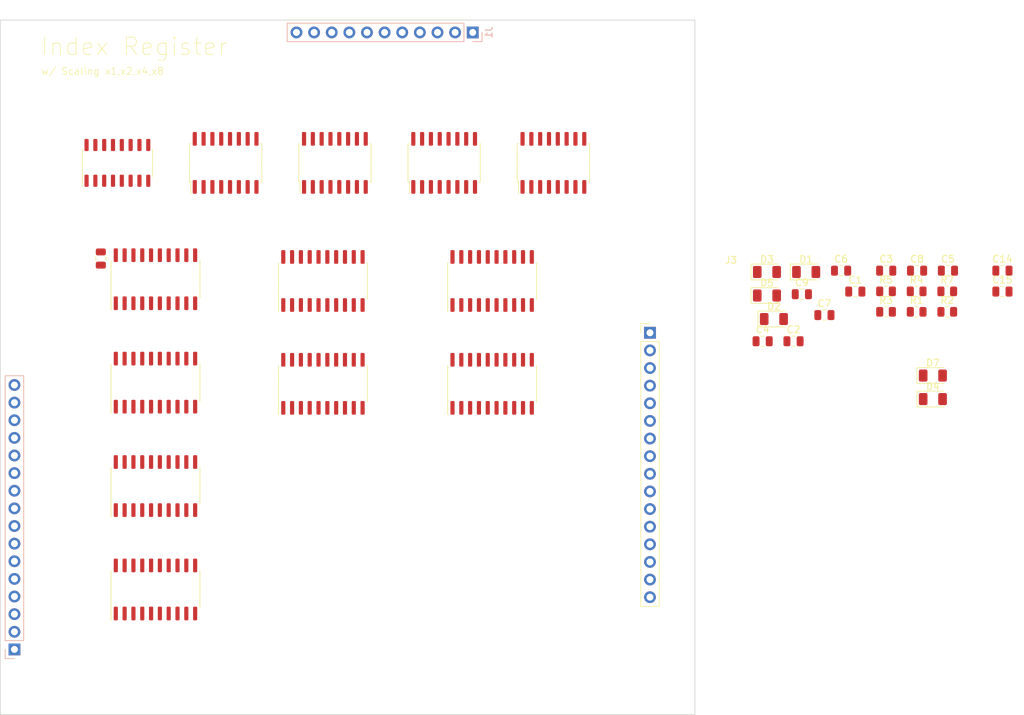
<source format=kicad_pcb>
(kicad_pcb (version 20211014) (generator pcbnew)
  (layers (0 "F.Cu" signal) (31 "B.Cu" signal) (34 "B.Paste" user) (35 "F.Paste" user) (36 "B.SilkS" user "B.Silkscreen") (37 "F.SilkS" user "F.Silkscreen") (38 "B.Mask" user) (39 "F.Mask" user) (44 "Edge.Cuts" user))
  (net 0 "")
  (net 1 "VCC")
  (net 2 "GND")
  (net 3 "~{INDEX_DEC}")
  (net 4 "~{INDEX_INC}")
  (net 5 "~{INDEX_LOAD}")
  (net 6 "~{INDEX_C0}")
  (net 7 "~{INDEX_C1}")
  (net 8 "~{INDEX_OE}")
  (net 9 "RESET")
  (net 10 "CO")
  (net 11 "BO")
  (net 12 "A15")
  (net 13 "A14")
  (net 14 "A13")
  (net 15 "A12")
  (net 16 "A11")
  (net 17 "A10")
  (net 18 "A9")
  (net 19 "A8")
  (net 20 "A7")
  (net 21 "A6")
  (net 22 "A5")
  (net 23 "A4")
  (net 24 "A3")
  (net 25 "A2")
  (net 26 "A1")
  (net 27 "A0")
  (net 30 "/Index Register/Q0")
  (net 31 "/Index Register/Q1")
  (net 32 "/Index Register/Q2")
  (net 33 "/Index Register/Q3")
  (net 34 "/Index Register/Q4")
  (net 35 "/Index Register/Q5")
  (net 36 "/Index Register/Q6")
  (net 37 "/Index Register/Q7")
  (net 38 "/Index Register/Q8")
  (net 39 "/Index Register/Q9")
  (net 40 "/Index Register/Q10")
  (net 41 "/Index Register/Q11")
  (net 42 "/Index Register/Q12")
  (net 43 "/Index Register/Q13")
  (net 44 "/Index Register/Q14")
  (net 45 "/Index Register/Q15")
  (net 46 "Net-(U14-Pad12)")
  (net 47 "Net-(U14-Pad13)")
  (net 48 "Net-(U15-Pad12)")
  (net 49 "Net-(U15-Pad13)")
  (net 50 "Net-(U16-Pad12)")
  (net 51 "Net-(U16-Pad13)")
  (net 52 "Net-(D1-Pad1)")
  (net 53 "Net-(D2-Pad1)")
  (net 54 "Net-(D3-Pad1)")
  (net 55 "Net-(D4-Pad1)")
  (net 56 "Net-(D5-Pad1)")
  (net 57 "Net-(D7-Pad1)")
  (net 62 "Q15")
  (net 63 "Q14")
  (net 64 "Q13")
  (net 65 "Q12")
  (net 66 "Q11")
  (net 67 "Q10")
  (net 68 "Q9")
  (net 69 "Q8")
  (net 70 "Q7")
  (net 71 "Q6")
  (net 72 "Q5")
  (net 73 "Q4")
  (net 74 "Q3")
  (net 75 "Q2")
  (net 76 "Q1")
  (net 77 "Q0")
  (net 78 "/Scaled Output/~{SF1}")
  (net 79 "/Scaled Output/~{SF2}")
  (net 80 "/Scaled Output/~{SF4}")
  (net 81 "/Scaled Output/~{SF8}")
  (footprint "Resistor_SMD:R_0805_2012Metric" (layer "F.Cu") (at 215.942 101.98)
    (fp_text reference "R2" (at 0 -1.65) (layer "F.SilkS"))
    (fp_text value "R_Small_US")
    (pad "1" smd roundrect locked (at -0.9125 0) (size 1.025 1.4) (layers "F.Cu" "F.Paste" "F.Mask") (roundrect_rratio 0.243902) (net 53 "Net-(D2-Pad1)"))
    (pad "2" smd roundrect locked (at 0.9125 0) (size 1.025 1.4) (layers "F.Cu" "F.Paste" "F.Mask") (roundrect_rratio 0.243902) (net 2 "GND"))
  )
  (footprint "Capacitor_SMD:C_0805_2012Metric" (layer "F.Cu") (at 223.892 99.06)
    (fp_text reference "C15" (at 0 -1.68) (layer "F.SilkS"))
    (fp_text value "C_Small")
    (pad "1" smd roundrect locked (at -0.95 0) (size 1 1.45) (layers "F.Cu" "F.Paste" "F.Mask") (net 1 "VCC"))
    (pad "2" smd roundrect locked (at 0.95 0) (size 1 1.45) (layers "F.Cu" "F.Paste" "F.Mask") (net 2 "GND"))
  )
  (footprint "Resistor_SMD:R_0805_2012Metric" (layer "F.Cu") (at 211.532 99.03)
    (fp_text reference "R4" (at 0 -1.65) (layer "F.SilkS"))
    (fp_text value "R_Small_US")
    (pad "1" smd roundrect locked (at -0.9125 0) (size 1.025 1.4) (layers "F.Cu" "F.Paste" "F.Mask") (roundrect_rratio 0.243902) (net 55 "Net-(D4-Pad1)"))
    (pad "2" smd roundrect locked (at 0.9125 0) (size 1.025 1.4) (layers "F.Cu" "F.Paste" "F.Mask") (roundrect_rratio 0.243902) (net 2 "GND"))
  )
  (footprint "Resistor_SMD:R_0805_2012Metric" (layer "F.Cu") (at 207.122 101.98)
    (fp_text reference "R3" (at 0 -1.65) (layer "F.SilkS"))
    (fp_text value "R_Small_US")
    (pad "1" smd roundrect locked (at -0.9125 0) (size 1.025 1.4) (layers "F.Cu" "F.Paste" "F.Mask") (roundrect_rratio 0.243902) (net 54 "Net-(D3-Pad1)"))
    (pad "2" smd roundrect locked (at 0.9125 0) (size 1.025 1.4) (layers "F.Cu" "F.Paste" "F.Mask") (roundrect_rratio 0.243902) (net 2 "GND"))
  )
  (footprint "Package_SO:SO-20_5.3x12.6mm_P1.27mm" (layer "F.Cu") (at 101.854 141.986 90)
    (fp_text reference "U12" hide)
    (fp_text value "74LS245" hide)
    (pad "1" smd roundrect (at -3.4625 -5.715 90) (size 1.975 0.6) (layers "F.Cu" "F.Paste" "F.Mask") (net 1 "VCC"))
    (pad "2" smd roundrect (at -3.4625 -4.445 90) (size 1.975 0.6) (layers "F.Cu" "F.Paste" "F.Mask") (net 35 "/Index Register/Q5"))
    (pad "3" smd roundrect (at -3.4625 -3.175 90) (size 1.975 0.6) (layers "F.Cu" "F.Paste" "F.Mask") (net 36 "/Index Register/Q6"))
    (pad "4" smd roundrect (at -3.4625 -1.905 90) (size 1.975 0.6) (layers "F.Cu" "F.Paste" "F.Mask") (net 37 "/Index Register/Q7"))
    (pad "5" smd roundrect (at -3.4625 -0.635 90) (size 1.975 0.6) (layers "F.Cu" "F.Paste" "F.Mask") (net 38 "/Index Register/Q8"))
    (pad "6" smd roundrect (at -3.4625 0.635 90) (size 1.975 0.6) (layers "F.Cu" "F.Paste" "F.Mask") (net 39 "/Index Register/Q9"))
    (pad "7" smd roundrect (at -3.4625 1.905 90) (size 1.975 0.6) (layers "F.Cu" "F.Paste" "F.Mask") (net 40 "/Index Register/Q10"))
    (pad "8" smd roundrect (at -3.4625 3.175 90) (size 1.975 0.6) (layers "F.Cu" "F.Paste" "F.Mask") (net 41 "/Index Register/Q11"))
    (pad "9" smd roundrect (at -3.4625 4.445 90) (size 1.975 0.6) (layers "F.Cu" "F.Paste" "F.Mask") (net 42 "/Index Register/Q12"))
    (pad "10" smd roundrect (at -3.4625 5.715 90) (size 1.975 0.6) (layers "F.Cu" "F.Paste" "F.Mask") (net 2 "GND"))
    (pad "11" smd roundrect (at 3.4625 5.715 90) (size 1.975 0.6) (layers "F.Cu" "F.Paste" "F.Mask") (net 62 "Q15"))
    (pad "12" smd roundrect (at 3.4625 4.445 90) (size 1.975 0.6) (layers "F.Cu" "F.Paste" "F.Mask") (net 63 "Q14"))
    (pad "13" smd roundrect (at 3.4625 3.175 90) (size 1.975 0.6) (layers "F.Cu" "F.Paste" "F.Mask") (net 64 "Q13"))
    (pad "14" smd roundrect (at 3.4625 1.905 90) (size 1.975 0.6) (layers "F.Cu" "F.Paste" "F.Mask") (net 65 "Q12"))
    (pad "15" smd roundrect (at 3.4625 0.635 90) (size 1.975 0.6) (layers "F.Cu" "F.Paste" "F.Mask") (net 66 "Q11"))
    (pad "16" smd roundrect (at 3.4625 -0.635 90) (size 1.975 0.6) (layers "F.Cu" "F.Paste" "F.Mask") (net 67 "Q10"))
    (pad "17" smd roundrect (at 3.4625 -1.905 90) (size 1.975 0.6) (layers "F.Cu" "F.Paste" "F.Mask") (net 68 "Q9"))
    (pad "18" smd roundrect (at 3.4625 -3.175 90) (size 1.975 0.6) (layers "F.Cu" "F.Paste" "F.Mask") (net 69 "Q8"))
    (pad "19" smd roundrect (at 3.4625 -4.445 90) (size 1.975 0.6) (layers "F.Cu" "F.Paste" "F.Mask") (net 81 "/Scaled Output/~{SF8}"))
    (pad "20" smd roundrect (at 3.4625 -5.715 90) (size 1.975 0.6) (layers "F.Cu" "F.Paste" "F.Mask") (net 1 "VCC"))
  )
  (footprint "Package_SO:SO-20_5.3x12.6mm_P1.27mm" (layer "F.Cu") (at 150.368 97.536 90)
    (fp_text reference "U8" hide)
    (fp_text value "74LS245" hide)
    (pad "1" smd roundrect (at -3.4625 -5.715 90) (size 1.975 0.6) (layers "F.Cu" "F.Paste" "F.Mask") (net 1 "VCC"))
    (pad "2" smd roundrect (at -3.4625 -4.445 90) (size 1.975 0.6) (layers "F.Cu" "F.Paste" "F.Mask") (net 2 "GND"))
    (pad "3" smd roundrect (at -3.4625 -3.175 90) (size 1.975 0.6) (layers "F.Cu" "F.Paste" "F.Mask") (net 2 "GND"))
    (pad "4" smd roundrect (at -3.4625 -1.905 90) (size 1.975 0.6) (layers "F.Cu" "F.Paste" "F.Mask") (net 30 "/Index Register/Q0"))
    (pad "5" smd roundrect (at -3.4625 -0.635 90) (size 1.975 0.6) (layers "F.Cu" "F.Paste" "F.Mask") (net 31 "/Index Register/Q1"))
    (pad "6" smd roundrect (at -3.4625 0.635 90) (size 1.975 0.6) (layers "F.Cu" "F.Paste" "F.Mask") (net 32 "/Index Register/Q2"))
    (pad "7" smd roundrect (at -3.4625 1.905 90) (size 1.975 0.6) (layers "F.Cu" "F.Paste" "F.Mask") (net 33 "/Index Register/Q3"))
    (pad "8" smd roundrect (at -3.4625 3.175 90) (size 1.975 0.6) (layers "F.Cu" "F.Paste" "F.Mask") (net 34 "/Index Register/Q4"))
    (pad "9" smd roundrect (at -3.4625 4.445 90) (size 1.975 0.6) (layers "F.Cu" "F.Paste" "F.Mask") (net 35 "/Index Register/Q5"))
    (pad "10" smd roundrect (at -3.4625 5.715 90) (size 1.975 0.6) (layers "F.Cu" "F.Paste" "F.Mask") (net 2 "GND"))
    (pad "11" smd roundrect (at 3.4625 5.715 90) (size 1.975 0.6) (layers "F.Cu" "F.Paste" "F.Mask") (net 70 "Q7"))
    (pad "12" smd roundrect (at 3.4625 4.445 90) (size 1.975 0.6) (layers "F.Cu" "F.Paste" "F.Mask") (net 71 "Q6"))
    (pad "13" smd roundrect (at 3.4625 3.175 90) (size 1.975 0.6) (layers "F.Cu" "F.Paste" "F.Mask") (net 72 "Q5"))
    (pad "14" smd roundrect (at 3.4625 1.905 90) (size 1.975 0.6) (layers "F.Cu" "F.Paste" "F.Mask") (net 73 "Q4"))
    (pad "15" smd roundrect (at 3.4625 0.635 90) (size 1.975 0.6) (layers "F.Cu" "F.Paste" "F.Mask") (net 74 "Q3"))
    (pad "16" smd roundrect (at 3.4625 -0.635 90) (size 1.975 0.6) (layers "F.Cu" "F.Paste" "F.Mask") (net 75 "Q2"))
    (pad "17" smd roundrect (at 3.4625 -1.905 90) (size 1.975 0.6) (layers "F.Cu" "F.Paste" "F.Mask") (net 76 "Q1"))
    (pad "18" smd roundrect (at 3.4625 -3.175 90) (size 1.975 0.6) (layers "F.Cu" "F.Paste" "F.Mask") (net 77 "Q0"))
    (pad "19" smd roundrect (at 3.4625 -4.445 90) (size 1.975 0.6) (layers "F.Cu" "F.Paste" "F.Mask") (net 80 "/Scaled Output/~{SF4}"))
    (pad "20" smd roundrect (at 3.4625 -5.715 90) (size 1.975 0.6) (layers "F.Cu" "F.Paste" "F.Mask") (net 1 "VCC"))
  )
  (footprint "Package_SO:SO-20_5.3x12.6mm_P1.27mm" (layer "F.Cu") (at 101.854 127.084666 90)
    (fp_text reference "U11" hide)
    (fp_text value "74LS245" hide)
    (pad "1" smd roundrect (at -3.4625 -5.715 90) (size 1.975 0.6) (layers "F.Cu" "F.Paste" "F.Mask") (net 1 "VCC"))
    (pad "2" smd roundrect (at -3.4625 -4.445 90) (size 1.975 0.6) (layers "F.Cu" "F.Paste" "F.Mask") (net 2 "GND"))
    (pad "3" smd roundrect (at -3.4625 -3.175 90) (size 1.975 0.6) (layers "F.Cu" "F.Paste" "F.Mask") (net 2 "GND"))
    (pad "4" smd roundrect (at -3.4625 -1.905 90) (size 1.975 0.6) (layers "F.Cu" "F.Paste" "F.Mask") (net 2 "GND"))
    (pad "5" smd roundrect (at -3.4625 -0.635 90) (size 1.975 0.6) (layers "F.Cu" "F.Paste" "F.Mask") (net 30 "/Index Register/Q0"))
    (pad "6" smd roundrect (at -3.4625 0.635 90) (size 1.975 0.6) (layers "F.Cu" "F.Paste" "F.Mask") (net 31 "/Index Register/Q1"))
    (pad "7" smd roundrect (at -3.4625 1.905 90) (size 1.975 0.6) (layers "F.Cu" "F.Paste" "F.Mask") (net 32 "/Index Register/Q2"))
    (pad "8" smd roundrect (at -3.4625 3.175 90) (size 1.975 0.6) (layers "F.Cu" "F.Paste" "F.Mask") (net 33 "/Index Register/Q3"))
    (pad "9" smd roundrect (at -3.4625 4.445 90) (size 1.975 0.6) (layers "F.Cu" "F.Paste" "F.Mask") (net 34 "/Index Register/Q4"))
    (pad "10" smd roundrect (at -3.4625 5.715 90) (size 1.975 0.6) (layers "F.Cu" "F.Paste" "F.Mask") (net 2 "GND"))
    (pad "11" smd roundrect (at 3.4625 5.715 90) (size 1.975 0.6) (layers "F.Cu" "F.Paste" "F.Mask") (net 70 "Q7"))
    (pad "12" smd roundrect (at 3.4625 4.445 90) (size 1.975 0.6) (layers "F.Cu" "F.Paste" "F.Mask") (net 71 "Q6"))
    (pad "13" smd roundrect (at 3.4625 3.175 90) (size 1.975 0.6) (layers "F.Cu" "F.Paste" "F.Mask") (net 72 "Q5"))
    (pad "14" smd roundrect (at 3.4625 1.905 90) (size 1.975 0.6) (layers "F.Cu" "F.Paste" "F.Mask") (net 73 "Q4"))
    (pad "15" smd roundrect (at 3.4625 0.635 90) (size 1.975 0.6) (layers "F.Cu" "F.Paste" "F.Mask") (net 74 "Q3"))
    (pad "16" smd roundrect (at 3.4625 -0.635 90) (size 1.975 0.6) (layers "F.Cu" "F.Paste" "F.Mask") (net 75 "Q2"))
    (pad "17" smd roundrect (at 3.4625 -1.905 90) (size 1.975 0.6) (layers "F.Cu" "F.Paste" "F.Mask") (net 76 "Q1"))
    (pad "18" smd roundrect (at 3.4625 -3.175 90) (size 1.975 0.6) (layers "F.Cu" "F.Paste" "F.Mask") (net 77 "Q0"))
    (pad "19" smd roundrect (at 3.4625 -4.445 90) (size 1.975 0.6) (layers "F.Cu" "F.Paste" "F.Mask") (net 81 "/Scaled Output/~{SF8}"))
    (pad "20" smd roundrect (at 3.4625 -5.715 90) (size 1.975 0.6) (layers "F.Cu" "F.Paste" "F.Mask") (net 1 "VCC"))
  )
  (footprint "Connector_PinHeader_2.54mm:PinHeader_1x16_P2.54mm_Vertical" (layer "F.Cu") (at 173.108 104.998)
    (fp_text reference "J3" (at 11.684 -10.458) (layer "F.SilkS"))
    (fp_text value "Conn_01x16")
    (pad "1" thru_hole rect locked (at 0 0) (size 1.7 1.7) (drill 1) (layers *.Cu *.Mask) (net 62 "Q15"))
    (pad "2" thru_hole oval locked (at 0 2.54) (size 1.7 1.7) (drill 1) (layers *.Cu *.Mask) (net 63 "Q14"))
    (pad "3" thru_hole oval locked (at 0 5.08) (size 1.7 1.7) (drill 1) (layers *.Cu *.Mask) (net 64 "Q13"))
    (pad "4" thru_hole oval locked (at 0 7.62) (size 1.7 1.7) (drill 1) (layers *.Cu *.Mask) (net 65 "Q12"))
    (pad "5" thru_hole oval locked (at 0 10.16) (size 1.7 1.7) (drill 1) (layers *.Cu *.Mask) (net 66 "Q11"))
    (pad "6" thru_hole oval locked (at 0 12.7) (size 1.7 1.7) (drill 1) (layers *.Cu *.Mask) (net 67 "Q10"))
    (pad "7" thru_hole oval locked (at 0 15.24) (size 1.7 1.7) (drill 1) (layers *.Cu *.Mask) (net 68 "Q9"))
    (pad "8" thru_hole oval locked (at 0 17.78) (size 1.7 1.7) (drill 1) (layers *.Cu *.Mask) (net 69 "Q8"))
    (pad "9" thru_hole oval locked (at 0 20.32) (size 1.7 1.7) (drill 1) (layers *.Cu *.Mask) (net 70 "Q7"))
    (pad "10" thru_hole oval locked (at 0 22.86) (size 1.7 1.7) (drill 1) (layers *.Cu *.Mask) (net 71 "Q6"))
    (pad "11" thru_hole oval locked (at 0 25.4) (size 1.7 1.7) (drill 1) (layers *.Cu *.Mask) (net 72 "Q5"))
    (pad "12" thru_hole oval locked (at 0 27.94) (size 1.7 1.7) (drill 1) (layers *.Cu *.Mask) (net 73 "Q4"))
    (pad "13" thru_hole oval locked (at 0 30.48) (size 1.7 1.7) (drill 1) (layers *.Cu *.Mask) (net 74 "Q3"))
    (pad "14" thru_hole oval locked (at 0 33.02) (size 1.7 1.7) (drill 1) (layers *.Cu *.Mask) (net 75 "Q2"))
    (pad "15" thru_hole oval locked (at 0 35.56) (size 1.7 1.7) (drill 1) (layers *.Cu *.Mask) (net 76 "Q1"))
    (pad "16" thru_hole oval locked (at 0 38.1) (size 1.7 1.7) (drill 1) (layers *.Cu *.Mask) (net 77 "Q0"))
  )
  (footprint "Capacitor_SMD:C_0805_2012Metric" (layer "F.Cu") (at 194.992 99.44)
    (fp_text reference "C9" (at 0 -1.68) (layer "F.SilkS"))
    (fp_text value "C")
    (pad "1" smd roundrect locked (at -0.95 0) (size 1 1.45) (layers "F.Cu" "F.Paste" "F.Mask") (net 1 "VCC"))
    (pad "2" smd roundrect locked (at 0.95 0) (size 1 1.45) (layers "F.Cu" "F.Paste" "F.Mask") (net 2 "GND"))
  )
  (footprint "LED_SMD:LED_1206_3216Metric" (layer "F.Cu") (at 190.962 103.02)
    (fp_text reference "D2" (at 0 -1.82) (layer "F.SilkS"))
    (fp_text value "LED")
    (pad "1" smd roundrect locked (at -1.4 0) (size 1.25 1.75) (layers "F.Cu" "F.Paste" "F.Mask") (roundrect_rratio 0.2) (net 53 "Net-(D2-Pad1)"))
    (pad "2" smd roundrect locked (at 1.4 0) (size 1.25 1.75) (layers "F.Cu" "F.Paste" "F.Mask") (roundrect_rratio 0.2) (net 4 "~{INDEX_INC}"))
  )
  (footprint "Capacitor_SMD:C_0805_2012Metric" (layer "F.Cu") (at 93.98 94.3 -90)
    (fp_text reference "C13" hide)
    (fp_text value "C_Small" hide)
    (pad "1" smd roundrect locked (at -0.95 0 270) (size 1 1.45) (layers "F.Cu" "F.Paste" "F.Mask") (net 1 "VCC"))
    (pad "2" smd roundrect locked (at 0.95 0 270) (size 1 1.45) (layers "F.Cu" "F.Paste" "F.Mask") (net 2 "GND"))
  )
  (footprint "LED_SMD:LED_1206_3216Metric" (layer "F.Cu") (at 189.962 99.63)
    (fp_text reference "D5" (at 0 -1.82) (layer "F.SilkS"))
    (fp_text value "LED")
    (pad "1" smd roundrect locked (at -1.4 0) (size 1.25 1.75) (layers "F.Cu" "F.Paste" "F.Mask") (roundrect_rratio 0.2) (net 56 "Net-(D5-Pad1)"))
    (pad "2" smd roundrect locked (at 1.4 0) (size 1.25 1.75) (layers "F.Cu" "F.Paste" "F.Mask") (roundrect_rratio 0.2) (net 7 "~{INDEX_C1}"))
  )
  (footprint "Resistor_SMD:R_0805_2012Metric" (layer "F.Cu") (at 215.942 99.03)
    (fp_text reference "R7" (at 0 -1.65) (layer "F.SilkS"))
    (fp_text value "R_Small_US")
    (pad "1" smd roundrect locked (at -0.9125 0) (size 1.025 1.4) (layers "F.Cu" "F.Paste" "F.Mask") (roundrect_rratio 0.243902) (net 57 "Net-(D7-Pad1)"))
    (pad "2" smd roundrect locked (at 0.9125 0) (size 1.025 1.4) (layers "F.Cu" "F.Paste" "F.Mask") (roundrect_rratio 0.243902) (net 2 "GND"))
  )
  (footprint "LED_SMD:LED_1206_3216Metric" (layer "F.Cu") (at 213.868 111.164)
    (fp_text reference "D7" (at 0 -1.82) (layer "F.SilkS"))
    (fp_text value "LED")
    (pad "1" smd roundrect locked (at -1.4 0) (size 1.25 1.75) (layers "F.Cu" "F.Paste" "F.Mask") (roundrect_rratio 0.2) (net 57 "Net-(D7-Pad1)"))
    (pad "2" smd roundrect locked (at 1.4 0) (size 1.25 1.75) (layers "F.Cu" "F.Paste" "F.Mask") (roundrect_rratio 0.2) (net 8 "~{INDEX_OE}"))
  )
  (footprint "Capacitor_SMD:C_0805_2012Metric" (layer "F.Cu") (at 207.142 96.05)
    (fp_text reference "C3" (at 0 -1.68) (layer "F.SilkS"))
    (fp_text value "C")
    (pad "1" smd roundrect locked (at -0.95 0) (size 1 1.45) (layers "F.Cu" "F.Paste" "F.Mask") (net 1 "VCC"))
    (pad "2" smd roundrect locked (at 0.95 0) (size 1 1.45) (layers "F.Cu" "F.Paste" "F.Mask") (net 2 "GND"))
  )
  (footprint "LED_SMD:LED_1206_3216Metric" (layer "F.Cu") (at 213.868 114.554)
    (fp_text reference "D4" (at 0 -1.82) (layer "F.SilkS"))
    (fp_text value "LED")
    (pad "1" smd roundrect locked (at -1.4 0) (size 1.25 1.75) (layers "F.Cu" "F.Paste" "F.Mask") (roundrect_rratio 0.2) (net 55 "Net-(D4-Pad1)"))
    (pad "2" smd roundrect locked (at 1.4 0) (size 1.25 1.75) (layers "F.Cu" "F.Paste" "F.Mask") (roundrect_rratio 0.2) (net 6 "~{INDEX_C0}"))
  )
  (footprint "LED_SMD:LED_1206_3216Metric" (layer "F.Cu") (at 195.612 96.24)
    (fp_text reference "D1" (at 0 -1.82) (layer "F.SilkS"))
    (fp_text value "LED")
    (pad "1" smd roundrect locked (at -1.4 0) (size 1.25 1.75) (layers "F.Cu" "F.Paste" "F.Mask") (roundrect_rratio 0.2) (net 52 "Net-(D1-Pad1)"))
    (pad "2" smd roundrect locked (at 1.4 0) (size 1.25 1.75) (layers "F.Cu" "F.Paste" "F.Mask") (roundrect_rratio 0.2) (net 3 "~{INDEX_DEC}"))
  )
  (footprint "Package_SO:SO-20_5.3x12.6mm_P1.27mm" (layer "F.Cu") (at 125.984 97.536 90)
    (fp_text reference "U5" hide)
    (fp_text value "74LS245" hide)
    (pad "1" smd roundrect (at -3.4625 -5.715 90) (size 1.975 0.6) (layers "F.Cu" "F.Paste" "F.Mask") (net 1 "VCC"))
    (pad "2" smd roundrect (at -3.4625 -4.445 90) (size 1.975 0.6) (layers "F.Cu" "F.Paste" "F.Mask") (net 2 "GND"))
    (pad "3" smd roundrect (at -3.4625 -3.175 90) (size 1.975 0.6) (layers "F.Cu" "F.Paste" "F.Mask") (net 30 "/Index Register/Q0"))
    (pad "4" smd roundrect (at -3.4625 -1.905 90) (size 1.975 0.6) (layers "F.Cu" "F.Paste" "F.Mask") (net 31 "/Index Register/Q1"))
    (pad "5" smd roundrect (at -3.4625 -0.635 90) (size 1.975 0.6) (layers "F.Cu" "F.Paste" "F.Mask") (net 32 "/Index Register/Q2"))
    (pad "6" smd roundrect (at -3.4625 0.635 90) (size 1.975 0.6) (layers "F.Cu" "F.Paste" "F.Mask") (net 33 "/Index Register/Q3"))
    (pad "7" smd roundrect (at -3.4625 1.905 90) (size 1.975 0.6) (layers "F.Cu" "F.Paste" "F.Mask") (net 34 "/Index Register/Q4"))
    (pad "8" smd roundrect (at -3.4625 3.175 90) (size 1.975 0.6) (layers "F.Cu" "F.Paste" "F.Mask") (net 35 "/Index Register/Q5"))
    (pad "9" smd roundrect (at -3.4625 4.445 90) (size 1.975 0.6) (layers "F.Cu" "F.Paste" "F.Mask") (net 36 "/Index Register/Q6"))
    (pad "10" smd roundrect (at -3.4625 5.715 90) (size 1.975 0.6) (layers "F.Cu" "F.Paste" "F.Mask") (net 2 "GND"))
    (pad "11" smd roundrect (at 3.4625 5.715 90) (size 1.975 0.6) (layers "F.Cu" "F.Paste" "F.Mask") (net 70 "Q7"))
    (pad "12" smd roundrect (at 3.4625 4.445 90) (size 1.975 0.6) (layers "F.Cu" "F.Paste" "F.Mask") (net 71 "Q6"))
    (pad "13" smd roundrect (at 3.4625 3.175 90) (size 1.975 0.6) (layers "F.Cu" "F.Paste" "F.Mask") (net 72 "Q5"))
    (pad "14" smd roundrect (at 3.4625 1.905 90) (size 1.975 0.6) (layers "F.Cu" "F.Paste" "F.Mask") (net 73 "Q4"))
    (pad "15" smd roundrect (at 3.4625 0.635 90) (size 1.975 0.6) (layers "F.Cu" "F.Paste" "F.Mask") (net 74 "Q3"))
    (pad "16" smd roundrect (at 3.4625 -0.635 90) (size 1.975 0.6) (layers "F.Cu" "F.Paste" "F.Mask") (net 75 "Q2"))
    (pad "17" smd roundrect (at 3.4625 -1.905 90) (size 1.975 0.6) (layers "F.Cu" "F.Paste" "F.Mask") (net 76 "Q1"))
    (pad "18" smd roundrect (at 3.4625 -3.175 90) (size 1.975 0.6) (layers "F.Cu" "F.Paste" "F.Mask") (net 77 "Q0"))
    (pad "19" smd roundrect (at 3.4625 -4.445 90) (size 1.975 0.6) (layers "F.Cu" "F.Paste" "F.Mask") (net 79 "/Scaled Output/~{SF2}"))
    (pad "20" smd roundrect (at 3.4625 -5.715 90) (size 1.975 0.6) (layers "F.Cu" "F.Paste" "F.Mask") (net 1 "VCC"))
  )
  (footprint "Capacitor_SMD:C_0805_2012Metric" (layer "F.Cu") (at 202.692 99.06)
    (fp_text reference "C1" (at 0 -1.68) (layer "F.SilkS"))
    (fp_text value "C")
    (pad "1" smd roundrect locked (at -0.95 0) (size 1 1.45) (layers "F.Cu" "F.Paste" "F.Mask") (net 1 "VCC"))
    (pad "2" smd roundrect locked (at 0.95 0) (size 1 1.45) (layers "F.Cu" "F.Paste" "F.Mask") (net 2 "GND"))
  )
  (footprint "Resistor_SMD:R_0805_2012Metric" (layer "F.Cu") (at 211.532 101.98)
    (fp_text reference "R1" (at 0 -1.65) (layer "F.SilkS"))
    (fp_text value "R_Small_US")
    (pad "1" smd roundrect locked (at -0.9125 0) (size 1.025 1.4) (layers "F.Cu" "F.Paste" "F.Mask") (roundrect_rratio 0.243902) (net 52 "Net-(D1-Pad1)"))
    (pad "2" smd roundrect locked (at 0.9125 0) (size 1.025 1.4) (layers "F.Cu" "F.Paste" "F.Mask") (roundrect_rratio 0.243902) (net 2 "GND"))
  )
  (footprint "Package_SO:SO-16_5.3x10.2mm_P1.27mm" (layer "F.Cu") (at 111.962499 80.518 90)
    (fp_text reference "U14" hide)
    (fp_text value "74LS193" hide)
    (pad "1" smd roundrect (at -3.4625 -4.445 90) (size 1.975 0.6) (layers "F.Cu" "F.Paste" "F.Mask") (net 26 "A1"))
    (pad "2" smd roundrect (at -3.4625 -3.175 90) (size 1.975 0.6) (layers "F.Cu" "F.Paste" "F.Mask") (net 31 "/Index Register/Q1"))
    (pad "3" smd roundrect (at -3.4625 -1.905 90) (size 1.975 0.6) (layers "F.Cu" "F.Paste" "F.Mask") (net 30 "/Index Register/Q0"))
    (pad "4" smd roundrect (at -3.4625 -0.635 90) (size 1.975 0.6) (layers "F.Cu" "F.Paste" "F.Mask") (net 3 "~{INDEX_DEC}"))
    (pad "5" smd roundrect (at -3.4625 0.635 90) (size 1.975 0.6) (layers "F.Cu" "F.Paste" "F.Mask") (net 4 "~{INDEX_INC}"))
    (pad "6" smd roundrect (at -3.4625 1.905 90) (size 1.975 0.6) (layers "F.Cu" "F.Paste" "F.Mask") (net 32 "/Index Register/Q2"))
    (pad "7" smd roundrect (at -3.4625 3.175 90) (size 1.975 0.6) (layers "F.Cu" "F.Paste" "F.Mask") (net 33 "/Index Register/Q3"))
    (pad "8" smd roundrect (at -3.4625 4.445 90) (size 1.975 0.6) (layers "F.Cu" "F.Paste" "F.Mask") (net 2 "GND"))
    (pad "9" smd roundrect (at 3.4625 4.445 90) (size 1.975 0.6) (layers "F.Cu" "F.Paste" "F.Mask") (net 24 "A3"))
    (pad "10" smd roundrect (at 3.4625 3.175 90) (size 1.975 0.6) (layers "F.Cu" "F.Paste" "F.Mask") (net 25 "A2"))
    (pad "11" smd roundrect (at 3.4625 1.905 90) (size 1.975 0.6) (layers "F.Cu" "F.Paste" "F.Mask") (net 5 "~{INDEX_LOAD}"))
    (pad "12" smd roundrect (at 3.4625 0.635 90) (size 1.975 0.6) (layers "F.Cu" "F.Paste" "F.Mask") (net 46 "Net-(U14-Pad12)"))
    (pad "13" smd roundrect (at 3.4625 -0.635 90) (size 1.975 0.6) (layers "F.Cu" "F.Paste" "F.Mask") (net 47 "Net-(U14-Pad13)"))
    (pad "14" smd roundrect (at 3.4625 -1.905 90) (size 1.975 0.6) (layers "F.Cu" "F.Paste" "F.Mask") (net 9 "RESET"))
    (pad "15" smd roundrect (at 3.4625 -3.175 90) (size 1.975 0.6) (layers "F.Cu" "F.Paste" "F.Mask") (net 27 "A0"))
    (pad "16" smd roundrect (at 3.4625 -4.445 90) (size 1.975 0.6) (layers "F.Cu" "F.Paste" "F.Mask") (net 1 "VCC"))
  )
  (footprint "Package_SO:SO-20_5.3x12.6mm_P1.27mm" (layer "F.Cu") (at 150.368 112.352666 90)
    (fp_text reference "U9" hide)
    (fp_text value "74LS245" hide)
    (pad "1" smd roundrect (at -3.4625 -5.715 90) (size 1.975 0.6) (layers "F.Cu" "F.Paste" "F.Mask") (net 1 "VCC"))
    (pad "2" smd roundrect (at -3.4625 -4.445 90) (size 1.975 0.6) (layers "F.Cu" "F.Paste" "F.Mask") (net 36 "/Index Register/Q6"))
    (pad "3" smd roundrect (at -3.4625 -3.175 90) (size 1.975 0.6) (layers "F.Cu" "F.Paste" "F.Mask") (net 37 "/Index Register/Q7"))
    (pad "4" smd roundrect (at -3.4625 -1.905 90) (size 1.975 0.6) (layers "F.Cu" "F.Paste" "F.Mask") (net 38 "/Index Register/Q8"))
    (pad "5" smd roundrect (at -3.4625 -0.635 90) (size 1.975 0.6) (layers "F.Cu" "F.Paste" "F.Mask") (net 39 "/Index Register/Q9"))
    (pad "6" smd roundrect (at -3.4625 0.635 90) (size 1.975 0.6) (layers "F.Cu" "F.Paste" "F.Mask") (net 40 "/Index Register/Q10"))
    (pad "7" smd roundrect (at -3.4625 1.905 90) (size 1.975 0.6) (layers "F.Cu" "F.Paste" "F.Mask") (net 41 "/Index Register/Q11"))
    (pad "8" smd roundrect (at -3.4625 3.175 90) (size 1.975 0.6) (layers "F.Cu" "F.Paste" "F.Mask") (net 42 "/Index Register/Q12"))
    (pad "9" smd roundrect (at -3.4625 4.445 90) (size 1.975 0.6) (layers "F.Cu" "F.Paste" "F.Mask") (net 43 "/Index Register/Q13"))
    (pad "10" smd roundrect (at -3.4625 5.715 90) (size 1.975 0.6) (layers "F.Cu" "F.Paste" "F.Mask") (net 2 "GND"))
    (pad "11" smd roundrect (at 3.4625 5.715 90) (size 1.975 0.6) (layers "F.Cu" "F.Paste" "F.Mask") (net 62 "Q15"))
    (pad "12" smd roundrect (at 3.4625 4.445 90) (size 1.975 0.6) (layers "F.Cu" "F.Paste" "F.Mask") (net 63 "Q14"))
    (pad "13" smd roundrect (at 3.4625 3.175 90) (size 1.975 0.6) (layers "F.Cu" "F.Paste" "F.Mask") (net 64 "Q13"))
    (pad "14" smd roundrect (at 3.4625 1.905 90) (size 1.975 0.6) (layers "F.Cu" "F.Paste" "F.Mask") (net 65 "Q12"))
    (pad "15" smd roundrect (at 3.4625 0.635 90) (size 1.975 0.6) (layers "F.Cu" "F.Paste" "F.Mask") (net 66 "Q11"))
    (pad "16" smd roundrect (at 3.4625 -0.635 90) (size 1.975 0.6) (layers "F.Cu" "F.Paste" "F.Mask") (net 67 "Q10"))
    (pad "17" smd roundrect (at 3.4625 -1.905 90) (size 1.975 0.6) (layers "F.Cu" "F.Paste" "F.Mask") (net 68 "Q9"))
    (pad "18" smd roundrect (at 3.4625 -3.175 90) (size 1.975 0.6) (layers "F.Cu" "F.Paste" "F.Mask") (net 69 "Q8"))
    (pad "19" smd roundrect (at 3.4625 -4.445 90) (size 1.975 0.6) (layers "F.Cu" "F.Paste" "F.Mask") (net 80 "/Scaled Output/~{SF4}"))
    (pad "20" smd roundrect (at 3.4625 -5.715 90) (size 1.975 0.6) (layers "F.Cu" "F.Paste" "F.Mask") (net 1 "VCC"))
  )
  (footprint "Package_SO:SO-20_5.3x12.6mm_P1.27mm" (layer "F.Cu") (at 125.984 112.352666 90)
    (fp_text reference "U6" hide)
    (fp_text value "74LS245" hide)
    (pad "1" smd roundrect (at -3.4625 -5.715 90) (size 1.975 0.6) (layers "F.Cu" "F.Paste" "F.Mask") (net 1 "VCC"))
    (pad "2" smd roundrect (at -3.4625 -4.445 90) (size 1.975 0.6) (layers "F.Cu" "F.Paste" "F.Mask") (net 37 "/Index Register/Q7"))
    (pad "3" smd roundrect (at -3.4625 -3.175 90) (size 1.975 0.6) (layers "F.Cu" "F.Paste" "F.Mask") (net 38 "/Index Register/Q8"))
    (pad "4" smd roundrect (at -3.4625 -1.905 90) (size 1.975 0.6) (layers "F.Cu" "F.Paste" "F.Mask") (net 39 "/Index Register/Q9"))
    (pad "5" smd roundrect (at -3.4625 -0.635 90) (size 1.975 0.6) (layers "F.Cu" "F.Paste" "F.Mask") (net 40 "/Index Register/Q10"))
    (pad "6" smd roundrect (at -3.4625 0.635 90) (size 1.975 0.6) (layers "F.Cu" "F.Paste" "F.Mask") (net 41 "/Index Register/Q11"))
    (pad "7" smd roundrect (at -3.4625 1.905 90) (size 1.975 0.6) (layers "F.Cu" "F.Paste" "F.Mask") (net 42 "/Index Register/Q12"))
    (pad "8" smd roundrect (at -3.4625 3.175 90) (size 1.975 0.6) (layers "F.Cu" "F.Paste" "F.Mask") (net 43 "/Index Register/Q13"))
    (pad "9" smd roundrect (at -3.4625 4.445 90) (size 1.975 0.6) (layers "F.Cu" "F.Paste" "F.Mask") (net 44 "/Index Register/Q14"))
    (pad "10" smd roundrect (at -3.4625 5.715 90) (size 1.975 0.6) (layers "F.Cu" "F.Paste" "F.Mask") (net 2 "GND"))
    (pad "11" smd roundrect (at 3.4625 5.715 90) (size 1.975 0.6) (layers "F.Cu" "F.Paste" "F.Mask") (net 62 "Q15"))
    (pad "12" smd roundrect (at 3.4625 4.445 90) (size 1.975 0.6) (layers "F.Cu" "F.Paste" "F.Mask") (net 63 "Q14"))
    (pad "13" smd roundrect (at 3.4625 3.175 90) (size 1.975 0.6) (layers "F.Cu" "F.Paste" "F.Mask") (net 64 "Q13"))
    (pad "14" smd roundrect (at 3.4625 1.905 90) (size 1.975 0.6) (layers "F.Cu" "F.Paste" "F.Mask") (net 65 "Q12"))
    (pad "15" smd roundrect (at 3.4625 0.635 90) (size 1.975 0.6) (layers "F.Cu" "F.Paste" "F.Mask") (net 66 "Q11"))
    (pad "16" smd roundrect (at 3.4625 -0.635 90) (size 1.975 0.6) (layers "F.Cu" "F.Paste" "F.Mask") (net 67 "Q10"))
    (pad "17" smd roundrect (at 3.4625 -1.905 90) (size 1.975 0.6) (layers "F.Cu" "F.Paste" "F.Mask") (net 68 "Q9"))
    (pad "18" smd roundrect (at 3.4625 -3.175 90) (size 1.975 0.6) (layers "F.Cu" "F.Paste" "F.Mask") (net 69 "Q8"))
    (pad "19" smd roundrect (at 3.4625 -4.445 90) (size 1.975 0.6) (layers "F.Cu" "F.Paste" "F.Mask") (net 79 "/Scaled Output/~{SF2}"))
    (pad "20" smd roundrect (at 3.4625 -5.715 90) (size 1.975 0.6) (layers "F.Cu" "F.Paste" "F.Mask") (net 1 "VCC"))
  )
  (footprint "Capacitor_SMD:C_0805_2012Metric" (layer "F.Cu") (at 211.592 96.05)
    (fp_text reference "C8" (at 0 -1.68) (layer "F.SilkS"))
    (fp_text value "C")
    (pad "1" smd roundrect locked (at -0.95 0) (size 1 1.45) (layers "F.Cu" "F.Paste" "F.Mask") (net 1 "VCC"))
    (pad "2" smd roundrect locked (at 0.95 0) (size 1 1.45) (layers "F.Cu" "F.Paste" "F.Mask") (net 2 "GND"))
  )
  (footprint "Capacitor_SMD:C_0805_2012Metric" (layer "F.Cu") (at 216.042 96.05)
    (fp_text reference "C5" (at 0 -1.68) (layer "F.SilkS"))
    (fp_text value "C")
    (pad "1" smd roundrect locked (at -0.95 0) (size 1 1.45) (layers "F.Cu" "F.Paste" "F.Mask") (net 1 "VCC"))
    (pad "2" smd roundrect locked (at 0.95 0) (size 1 1.45) (layers "F.Cu" "F.Paste" "F.Mask") (net 2 "GND"))
  )
  (footprint "Capacitor_SMD:C_0805_2012Metric" (layer "F.Cu") (at 198.242 102.45)
    (fp_text reference "C7" (at 0 -1.68) (layer "F.SilkS"))
    (fp_text value "C")
    (pad "1" smd roundrect locked (at -0.95 0) (size 1 1.45) (layers "F.Cu" "F.Paste" "F.Mask") (net 1 "VCC"))
    (pad "2" smd roundrect locked (at 0.95 0) (size 1 1.45) (layers "F.Cu" "F.Paste" "F.Mask") (net 2 "GND"))
  )
  (footprint "Package_SO:SO-16_5.3x10.2mm_P1.27mm" (layer "F.Cu") (at 159.192 80.518 90)
    (fp_text reference "U17" hide)
    (fp_text value "74LS193" hide)
    (pad "1" smd roundrect (at -3.4625 -4.445 90) (size 1.975 0.6) (layers "F.Cu" "F.Paste" "F.Mask") (net 14 "A13"))
    (pad "2" smd roundrect (at -3.4625 -3.175 90) (size 1.975 0.6) (layers "F.Cu" "F.Paste" "F.Mask") (net 43 "/Index Register/Q13"))
    (pad "3" smd roundrect (at -3.4625 -1.905 90) (size 1.975 0.6) (layers "F.Cu" "F.Paste" "F.Mask") (net 42 "/Index Register/Q12"))
    (pad "4" smd roundrect (at -3.4625 -0.635 90) (size 1.975 0.6) (layers "F.Cu" "F.Paste" "F.Mask") (net 51 "Net-(U16-Pad13)"))
    (pad "5" smd roundrect (at -3.4625 0.635 90) (size 1.975 0.6) (layers "F.Cu" "F.Paste" "F.Mask") (net 50 "Net-(U16-Pad12)"))
    (pad "6" smd roundrect (at -3.4625 1.905 90) (size 1.975 0.6) (layers "F.Cu" "F.Paste" "F.Mask") (net 44 "/Index Register/Q14"))
    (pad "7" smd roundrect (at -3.4625 3.175 90) (size 1.975 0.6) (layers "F.Cu" "F.Paste" "F.Mask") (net 45 "/Index Register/Q15"))
    (pad "8" smd roundrect (at -3.4625 4.445 90) (size 1.975 0.6) (layers "F.Cu" "F.Paste" "F.Mask") (net 2 "GND"))
    (pad "9" smd roundrect (at 3.4625 4.445 90) (size 1.975 0.6) (layers "F.Cu" "F.Paste" "F.Mask") (net 12 "A15"))
    (pad "10" smd roundrect (at 3.4625 3.175 90) (size 1.975 0.6) (layers "F.Cu" "F.Paste" "F.Mask") (net 13 "A14"))
    (pad "11" smd roundrect (at 3.4625 1.905 90) (size 1.975 0.6) (layers "F.Cu" "F.Paste" "F.Mask") (net 5 "~{INDEX_LOAD}"))
    (pad "12" smd roundrect (at 3.4625 0.635 90) (size 1.975 0.6) (layers "F.Cu" "F.Paste" "F.Mask") (net 10 "CO"))
    (pad "13" smd roundrect (at 3.4625 -0.635 90) (size 1.975 0.6) (layers "F.Cu" "F.Paste" "F.Mask") (net 11 "BO"))
    (pad "14" smd roundrect (at 3.4625 -1.905 90) (size 1.975 0.6) (layers "F.Cu" "F.Paste" "F.Mask") (net 9 "RESET"))
    (pad "15" smd roundrect (at 3.4625 -3.175 90) (size 1.975 0.6) (layers "F.Cu" "F.Paste" "F.Mask") (net 15 "A12"))
    (pad "16" smd roundrect (at 3.4625 -4.445 90) (size 1.975 0.6) (layers "F.Cu" "F.Paste" "F.Mask") (net 1 "VCC"))
  )
  (footprint "LED_SMD:LED_1206_3216Metric" (layer "F.Cu") (at 189.962 96.24)
    (fp_text reference "D3" (at 0 -1.82) (layer "F.SilkS"))
    (fp_text value "LED")
    (pad "1" smd roundrect locked (at -1.4 0) (size 1.25 1.75) (layers "F.Cu" "F.Paste" "F.Mask") (roundrect_rratio 0.2) (net 54 "Net-(D3-Pad1)"))
    (pad "2" smd roundrect locked (at 1.4 0) (size 1.25 1.75) (layers "F.Cu" "F.Paste" "F.Mask") (roundrect_rratio 0.2) (net 5 "~{INDEX_LOAD}"))
  )
  (footprint "Resistor_SMD:R_0805_2012Metric" (layer "F.Cu") (at 207.122 99.03)
    (fp_text reference "R5" (at 0 -1.65) (layer "F.SilkS"))
    (fp_text value "R_Small_US")
    (pad "1" smd roundrect locked (at -0.9125 0) (size 1.025 1.4) (layers "F.Cu" "F.Paste" "F.Mask") (roundrect_rratio 0.243902) (net 56 "Net-(D5-Pad1)"))
    (pad "2" smd roundrect locked (at 0.9125 0) (size 1.025 1.4) (layers "F.Cu" "F.Paste" "F.Mask") (roundrect_rratio 0.243902) (net 2 "GND"))
  )
  (footprint "Package_SO:SO-20_5.3x12.6mm_P1.27mm" (layer "F.Cu") (at 101.854 112.183333 90)
    (fp_text reference "U3" hide)
    (fp_text value "74LS245" hide)
    (pad "1" smd roundrect (at -3.4625 -5.715 90) (size 1.975 0.6) (layers "F.Cu" "F.Paste" "F.Mask") (net 1 "VCC"))
    (pad "2" smd roundrect (at -3.4625 -4.445 90) (size 1.975 0.6) (layers "F.Cu" "F.Paste" "F.Mask") (net 38 "/Index Register/Q8"))
    (pad "3" smd roundrect (at -3.4625 -3.175 90) (size 1.975 0.6) (layers "F.Cu" "F.Paste" "F.Mask") (net 39 "/Index Register/Q9"))
    (pad "4" smd roundrect (at -3.4625 -1.905 90) (size 1.975 0.6) (layers "F.Cu" "F.Paste" "F.Mask") (net 40 "/Index Register/Q10"))
    (pad "5" smd roundrect (at -3.4625 -0.635 90) (size 1.975 0.6) (layers "F.Cu" "F.Paste" "F.Mask") (net 41 "/Index Register/Q11"))
    (pad "6" smd roundrect (at -3.4625 0.635 90) (size 1.975 0.6) (layers "F.Cu" "F.Paste" "F.Mask") (net 42 "/Index Register/Q12"))
    (pad "7" smd roundrect (at -3.4625 1.905 90) (size 1.975 0.6) (layers "F.Cu" "F.Paste" "F.Mask") (net 43 "/Index Register/Q13"))
    (pad "8" smd roundrect (at -3.4625 3.175 90) (size 1.975 0.6) (layers "F.Cu" "F.Paste" "F.Mask") (net 44 "/Index Register/Q14"))
    (pad "9" smd roundrect (at -3.4625 4.445 90) (size 1.975 0.6) (layers "F.Cu" "F.Paste" "F.Mask") (net 45 "/Index Register/Q15"))
    (pad "10" smd roundrect (at -3.4625 5.715 90) (size 1.975 0.6) (layers "F.Cu" "F.Paste" "F.Mask") (net 2 "GND"))
    (pad "11" smd roundrect (at 3.4625 5.715 90) (size 1.975 0.6) (layers "F.Cu" "F.Paste" "F.Mask") (net 62 "Q15"))
    (pad "12" smd roundrect (at 3.4625 4.445 90) (size 1.975 0.6) (layers "F.Cu" "F.Paste" "F.Mask") (net 63 "Q14"))
    (pad "13" smd roundrect (at 3.4625 3.175 90) (size 1.975 0.6) (layers "F.Cu" "F.Paste" "F.Mask") (net 64 "Q13"))
    (pad "14" smd roundrect (at 3.4625 1.905 90) (size 1.975 0.6) (layers "F.Cu" "F.Paste" "F.Mask") (net 65 "Q12"))
    (pad "15" smd roundrect (at 3.4625 0.635 90) (size 1.975 0.6) (layers "F.Cu" "F.Paste" "F.Mask") (net 66 "Q11"))
    (pad "16" smd roundrect (at 3.4625 -0.635 90) (size 1.975 0.6) (layers "F.Cu" "F.Paste" "F.Mask") (net 67 "Q10"))
    (pad "17" smd roundrect (at 3.4625 -1.905 90) (size 1.975 0.6) (layers "F.Cu" "F.Paste" "F.Mask") (net 68 "Q9"))
    (pad "18" smd roundrect (at 3.4625 -3.175 90) (size 1.975 0.6) (layers "F.Cu" "F.Paste" "F.Mask") (net 69 "Q8"))
    (pad "19" smd roundrect (at 3.4625 -4.445 90) (size 1.975 0.6) (layers "F.Cu" "F.Paste" "F.Mask") (net 78 "/Scaled Output/~{SF1}"))
    (pad "20" smd roundrect (at 3.4625 -5.715 90) (size 1.975 0.6) (layers "F.Cu" "F.Paste" "F.Mask") (net 1 "VCC"))
  )
  (footprint "Capacitor_SMD:C_0805_2012Metric" (layer "F.Cu") (at 193.792 106.22)
    (fp_text reference "C2" (at 0 -1.68) (layer "F.SilkS"))
    (fp_text value "C")
    (pad "1" smd roundrect locked (at -0.95 0) (size 1 1.45) (layers "F.Cu" "F.Paste" "F.Mask") (net 1 "VCC"))
    (pad "2" smd roundrect locked (at 0.95 0) (size 1 1.45) (layers "F.Cu" "F.Paste" "F.Mask") (net 2 "GND"))
  )
  (footprint "Capacitor_SMD:C_0805_2012Metric" (layer "F.Cu") (at 189.342 106.22)
    (fp_text reference "C4" (at 0 -1.68) (layer "F.SilkS"))
    (fp_text value "C")
    (pad "1" smd roundrect locked (at -0.95 0) (size 1 1.45) (layers "F.Cu" "F.Paste" "F.Mask") (net 1 "VCC"))
    (pad "2" smd roundrect locked (at 0.95 0) (size 1 1.45) (layers "F.Cu" "F.Paste" "F.Mask") (net 2 "GND"))
  )
  (footprint "Package_SO:SO-16_3.9x9.9mm_P1.27mm" (layer "F.Cu") (at 96.369333 80.518 90)
    (fp_text reference "U1" hide)
    (fp_text value "74LS139" hide)
    (pad "1" smd roundrect (at -2.575 -4.445 90) (size 1.75 0.6) (layers "F.Cu" "F.Paste" "F.Mask") (net 8 "~{INDEX_OE}"))
    (pad "2" smd roundrect (at -2.575 -3.175 90) (size 1.75 0.6) (layers "F.Cu" "F.Paste" "F.Mask") (net 7 "~{INDEX_C1}"))
    (pad "3" smd roundrect (at -2.575 -1.905 90) (size 1.75 0.6) (layers "F.Cu" "F.Paste" "F.Mask") (net 6 "~{INDEX_C0}"))
    (pad "4" smd roundrect (at -2.575 -0.635 90) (size 1.75 0.6) (layers "F.Cu" "F.Paste" "F.Mask") (net 78 "/Scaled Output/~{SF1}"))
    (pad "5" smd roundrect (at -2.575 0.635 90) (size 1.75 0.6) (layers "F.Cu" "F.Paste" "F.Mask") (net 79 "/Scaled Output/~{SF2}"))
    (pad "6" smd roundrect (at -2.575 1.905 90) (size 1.75 0.6) (layers "F.Cu" "F.Paste" "F.Mask") (net 80 "/Scaled Output/~{SF4}"))
    (pad "7" smd roundrect (at -2.575 3.175 90) (size 1.75 0.6) (layers "F.Cu" "F.Paste" "F.Mask") (net 81 "/Scaled Output/~{SF8}"))
    (pad "8" smd roundrect (at -2.575 4.445 90) (size 1.75 0.6) (layers "F.Cu" "F.Paste" "F.Mask") (net 2 "GND"))
    (pad "9" smd roundrect (at 2.575 4.445 90) (size 1.75 0.6) (layers "F.Cu" "F.Paste" "F.Mask"))
    (pad "10" smd roundrect (at 2.575 3.175 90) (size 1.75 0.6) (layers "F.Cu" "F.Paste" "F.Mask"))
    (pad "11" smd roundrect (at 2.575 1.905 90) (size 1.75 0.6) (layers "F.Cu" "F.Paste" "F.Mask"))
    (pad "12" smd roundrect (at 2.575 0.635 90) (size 1.75 0.6) (layers "F.Cu" "F.Paste" "F.Mask"))
    (pad "13" smd roundrect (at 2.575 -0.635 90) (size 1.75 0.6) (layers "F.Cu" "F.Paste" "F.Mask"))
    (pad "14" smd roundrect (at 2.575 -1.905 90) (size 1.75 0.6) (layers "F.Cu" "F.Paste" "F.Mask"))
    (pad "15" smd roundrect (at 2.575 -3.175 90) (size 1.75 0.6) (layers "F.Cu" "F.Paste" "F.Mask") (net 1 "VCC"))
    (pad "16" smd roundrect (at 2.575 -4.445 90) (size 1.75 0.6) (layers "F.Cu" "F.Paste" "F.Mask") (net 1 "VCC"))
  )
  (footprint "Package_SO:SO-16_5.3x10.2mm_P1.27mm" (layer "F.Cu") (at 127.705665 80.518 90)
    (fp_text reference "U15" hide)
    (fp_text value "74LS193" hide)
    (pad "1" smd roundrect (at -3.4625 -4.445 90) (size 1.975 0.6) (layers "F.Cu" "F.Paste" "F.Mask") (net 22 "A5"))
    (pad "2" smd roundrect (at -3.4625 -3.175 90) (size 1.975 0.6) (layers "F.Cu" "F.Paste" "F.Mask") (net 35 "/Index Register/Q5"))
    (pad "3" smd roundrect (at -3.4625 -1.905 90) (size 1.975 0.6) (layers "F.Cu" "F.Paste" "F.Mask") (net 34 "/Index Register/Q4"))
    (pad "4" smd roundrect (at -3.4625 -0.635 90) (size 1.975 0.6) (layers "F.Cu" "F.Paste" "F.Mask") (net 47 "Net-(U14-Pad13)"))
    (pad "5" smd roundrect (at -3.4625 0.635 90) (size 1.975 0.6) (layers "F.Cu" "F.Paste" "F.Mask") (net 46 "Net-(U14-Pad12)"))
    (pad "6" smd roundrect (at -3.4625 1.905 90) (size 1.975 0.6) (layers "F.Cu" "F.Paste" "F.Mask") (net 36 "/Index Register/Q6"))
    (pad "7" smd roundrect (at -3.4625 3.175 90) (size 1.975 0.6) (layers "F.Cu" "F.Paste" "F.Mask") (net 37 "/Index Register/Q7"))
    (pad "8" smd roundrect (at -3.4625 4.445 90) (size 1.975 0.6) (layers "F.Cu" "F.Paste" "F.Mask") (net 2 "GND"))
    (pad "9" smd roundrect (at 3.4625 4.445 90) (size 1.975 0.6) (layers "F.Cu" "F.Paste" "F.Mask") (net 20 "A7"))
    (pad "10" smd roundrect (at 3.4625 3.175 90) (size 1.975 0.6) (layers "F.Cu" "F.Paste" "F.Mask") (net 21 "A6"))
    (pad "11" smd roundrect (at 3.4625 1.905 90) (size 1.975 0.6) (layers "F.Cu" "F.Paste" "F.Mask") (net 5 "~{INDEX_LOAD}"))
    (pad "12" smd roundrect (at 3.4625 0.635 90) (size 1.975 0.6) (layers "F.Cu" "F.Paste" "F.Mask") (net 48 "Net-(U15-Pad12)"))
    (pad "13" smd roundrect (at 3.4625 -0.635 90) (size 1.975 0.6) (layers "F.Cu" "F.Paste" "F.Mask") (net 49 "Net-(U15-Pad13)"))
    (pad "14" smd roundrect (at 3.4625 -1.905 90) (size 1.975 0.6) (layers "F.Cu" "F.Paste" "F.Mask") (net 9 "RESET"))
    (pad "15" smd roundrect (at 3.4625 -3.175 90) (size 1.975 0.6) (layers "F.Cu" "F.Paste" "F.Mask") (net 23 "A4"))
    (pad "16" smd roundrect (at 3.4625 -4.445 90) (size 1.975 0.6) (layers "F.Cu" "F.Paste" "F.Mask") (net 1 "VCC"))
  )
  (footprint "Package_SO:SO-16_5.3x10.2mm_P1.27mm" (layer "F.Cu") (at 143.448831 80.518 90)
    (fp_text reference "U16" hide)
    (fp_text value "74LS193" hide)
    (pad "1" smd roundrect (at -3.4625 -4.445 90) (size 1.975 0.6) (layers "F.Cu" "F.Paste" "F.Mask") (net 18 "A9"))
    (pad "2" smd roundrect (at -3.4625 -3.175 90) (size 1.975 0.6) (layers "F.Cu" "F.Paste" "F.Mask") (net 39 "/Index Register/Q9"))
    (pad "3" smd roundrect (at -3.4625 -1.905 90) (size 1.975 0.6) (layers "F.Cu" "F.Paste" "F.Mask") (net 38 "/Index Register/Q8"))
    (pad "4" smd roundrect (at -3.4625 -0.635 90) (size 1.975 0.6) (layers "F.Cu" "F.Paste" "F.Mask") (net 49 "Net-(U15-Pad13)"))
    (pad "5" smd roundrect (at -3.4625 0.635 90) (size 1.975 0.6) (layers "F.Cu" "F.Paste" "F.Mask") (net 48 "Net-(U15-Pad12)"))
    (pad "6" smd roundrect (at -3.4625 1.905 90) (size 1.975 0.6) (layers "F.Cu" "F.Paste" "F.Mask") (net 40 "/Index Register/Q10"))
    (pad "7" smd roundrect (at -3.4625 3.175 90) (size 1.975 0.6) (layers "F.Cu" "F.Paste" "F.Mask") (net 41 "/Index Register/Q11"))
    (pad "8" smd roundrect (at -3.4625 4.445 90) (size 1.975 0.6) (layers "F.Cu" "F.Paste" "F.Mask") (net 2 "GND"))
    (pad "9" smd roundrect (at 3.4625 4.445 90) (size 1.975 0.6) (layers "F.Cu" "F.Paste" "F.Mask") (net 16 "A11"))
    (pad "10" smd roundrect (at 3.4625 3.175 90) (size 1.975 0.6) (layers "F.Cu" "F.Paste" "F.Mask") (net 17 "A10"))
    (pad "11" smd roundrect (at 3.4625 1.905 90) (size 1.975 0.6) (layers "F.Cu" "F.Paste" "F.Mask") (net 5 "~{INDEX_LOAD}"))
    (pad "12" smd roundrect (at 3.4625 0.635 90) (size 1.975 0.6) (layers "F.Cu" "F.Paste" "F.Mask") (net 50 "Net-(U16-Pad12)"))
    (pad "13" smd roundrect (at 3.4625 -0.635 90) (size 1.975 0.6) (layers "F.Cu" "F.Paste" "F.Mask") (net 51 "Net-(U16-Pad13)"))
    (pad "14" smd roundrect (at 3.4625 -1.905 90) (size 1.975 0.6) (layers "F.Cu" "F.Paste" "F.Mask") (net 9 "RESET"))
    (pad "15" smd roundrect (at 3.4625 -3.175 90) (size 1.975 0.6) (layers "F.Cu" "F.Paste" "F.Mask") (net 19 "A8"))
    (pad "16" smd roundrect (at 3.4625 -4.445 90) (size 1.975 0.6) (layers "F.Cu" "F.Paste" "F.Mask") (net 1 "VCC"))
  )
  (footprint "Package_SO:SO-20_5.3x12.6mm_P1.27mm" (layer "F.Cu") (at 101.854 97.282 90)
    (fp_text reference "U2" hide)
    (fp_text value "74LS245" hide)
    (pad "1" smd roundrect (at -3.4625 -5.715 90) (size 1.975 0.6) (layers "F.Cu" "F.Paste" "F.Mask") (net 1 "VCC"))
    (pad "2" smd roundrect (at -3.4625 -4.445 90) (size 1.975 0.6) (layers "F.Cu" "F.Paste" "F.Mask") (net 30 "/Index Register/Q0"))
    (pad "3" smd roundrect (at -3.4625 -3.175 90) (size 1.975 0.6) (layers "F.Cu" "F.Paste" "F.Mask") (net 31 "/Index Register/Q1"))
    (pad "4" smd roundrect (at -3.4625 -1.905 90) (size 1.975 0.6) (layers "F.Cu" "F.Paste" "F.Mask") (net 32 "/Index Register/Q2"))
    (pad "5" smd roundrect (at -3.4625 -0.635 90) (size 1.975 0.6) (layers "F.Cu" "F.Paste" "F.Mask") (net 33 "/Index Register/Q3"))
    (pad "6" smd roundrect (at -3.4625 0.635 90) (size 1.975 0.6) (layers "F.Cu" "F.Paste" "F.Mask") (net 34 "/Index Register/Q4"))
    (pad "7" smd roundrect (at -3.4625 1.905 90) (size 1.975 0.6) (layers "F.Cu" "F.Paste" "F.Mask") (net 35 "/Index Register/Q5"))
    (pad "8" smd roundrect (at -3.4625 3.175 90) (size 1.975 0.6) (layers "F.Cu" "F.Paste" "F.Mask") (net 36 "/Index Register/Q6"))
    (pad "9" smd roundrect (at -3.4625 4.445 90) (size 1.975 0.6) (layers "F.Cu" "F.Paste" "F.Mask") (net 37 "/Index Register/Q7"))
    (pad "10" smd roundrect (at -3.4625 5.715 90) (size 1.975 0.6) (layers "F.Cu" "F.Paste" "F.Mask") (net 2 "GND"))
    (pad "11" smd roundrect (at 3.4625 5.715 90) (size 1.975 0.6) (layers "F.Cu" "F.Paste" "F.Mask") (net 70 "Q7"))
    (pad "12" smd roundrect (at 3.4625 4.445 90) (size 1.975 0.6) (layers "F.Cu" "F.Paste" "F.Mask") (net 71 "Q6"))
    (pad "13" smd roundrect (at 3.4625 3.175 90) (size 1.975 0.6) (layers "F.Cu" "F.Paste" "F.Mask") (net 72 "Q5"))
    (pad "14" smd roundrect (at 3.4625 1.905 90) (size 1.975 0.6) (layers "F.Cu" "F.Paste" "F.Mask") (net 73 "Q4"))
    (pad "15" smd roundrect (at 3.4625 0.635 90) (size 1.975 0.6) (layers "F.Cu" "F.Paste" "F.Mask") (net 74 "Q3"))
    (pad "16" smd roundrect (at 3.4625 -0.635 90) (size 1.975 0.6) (layers "F.Cu" "F.Paste" "F.Mask") (net 75 "Q2"))
    (pad "17" smd roundrect (at 3.4625 -1.905 90) (size 1.975 0.6) (layers "F.Cu" "F.Paste" "F.Mask") (net 76 "Q1"))
    (pad "18" smd roundrect (at 3.4625 -3.175 90) (size 1.975 0.6) (layers "F.Cu" "F.Paste" "F.Mask") (net 77 "Q0"))
    (pad "19" smd roundrect (at 3.4625 -4.445 90) (size 1.975 0.6) (layers "F.Cu" "F.Paste" "F.Mask") (net 78 "/Scaled Output/~{SF1}"))
    (pad "20" smd roundrect (at 3.4625 -5.715 90) (size 1.975 0.6) (layers "F.Cu" "F.Paste" "F.Mask") (net 1 "VCC"))
  )
  (footprint "Capacitor_SMD:C_0805_2012Metric" (layer "F.Cu") (at 200.642 96.05)
    (fp_text reference "C6" (at 0 -1.68) (layer "F.SilkS"))
    (fp_text value "C")
    (pad "1" smd roundrect locked (at -0.95 0) (size 1 1.45) (layers "F.Cu" "F.Paste" "F.Mask") (net 1 "VCC"))
    (pad "2" smd roundrect locked (at 0.95 0) (size 1 1.45) (layers "F.Cu" "F.Paste" "F.Mask") (net 2 "GND"))
  )
  (footprint "Capacitor_SMD:C_0805_2012Metric" (layer "F.Cu") (at 223.892 96.05)
    (fp_text reference "C14" (at 0 -1.68) (layer "F.SilkS"))
    (fp_text value "C_Small")
    (pad "1" smd roundrect locked (at -0.95 0) (size 1 1.45) (layers "F.Cu" "F.Paste" "F.Mask") (net 1 "VCC"))
    (pad "2" smd roundrect locked (at 0.95 0) (size 1 1.45) (layers "F.Cu" "F.Paste" "F.Mask") (net 2 "GND"))
  )
  (footprint "Connector_PinHeader_2.54mm:PinHeader_1x16_P2.54mm_Vertical" (layer "B.Cu") (at 81.534 150.622)
    (fp_text reference "J2" hide)
    (fp_text value "Conn_01x16" hide)
    (pad "1" thru_hole rect locked (at 0 0) (size 1.7 1.7) (drill 1) (layers *.Cu *.Mask) (net 12 "A15"))
    (pad "2" thru_hole oval locked (at 0 -2.54) (size 1.7 1.7) (drill 1) (layers *.Cu *.Mask) (net 13 "A14"))
    (pad "3" thru_hole oval locked (at 0 -5.08) (size 1.7 1.7) (drill 1) (layers *.Cu *.Mask) (net 14 "A13"))
    (pad "4" thru_hole oval locked (at 0 -7.62) (size 1.7 1.7) (drill 1) (layers *.Cu *.Mask) (net 15 "A12"))
    (pad "5" thru_hole oval locked (at 0 -10.16) (size 1.7 1.7) (drill 1) (layers *.Cu *.Mask) (net 16 "A11"))
    (pad "6" thru_hole oval locked (at 0 -12.7) (size 1.7 1.7) (drill 1) (layers *.Cu *.Mask) (net 17 "A10"))
    (pad "7" thru_hole oval locked (at 0 -15.24) (size 1.7 1.7) (drill 1) (layers *.Cu *.Mask) (net 18 "A9"))
    (pad "8" thru_hole oval locked (at 0 -17.78) (size 1.7 1.7) (drill 1) (layers *.Cu *.Mask) (net 19 "A8"))
    (pad "9" thru_hole oval locked (at 0 -20.32) (size 1.7 1.7) (drill 1) (layers *.Cu *.Mask) (net 20 "A7"))
    (pad "10" thru_hole oval locked (at 0 -22.86) (size 1.7 1.7) (drill 1) (layers *.Cu *.Mask) (net 21 "A6"))
    (pad "11" thru_hole oval locked (at 0 -25.4) (size 1.7 1.7) (drill 1) (layers *.Cu *.Mask) (net 22 "A5"))
    (pad "12" thru_hole oval locked (at 0 -27.94) (size 1.7 1.7) (drill 1) (layers *.Cu *.Mask) (net 23 "A4"))
    (pad "13" thru_hole oval locked (at 0 -30.48) (size 1.7 1.7) (drill 1) (layers *.Cu *.Mask) (net 24 "A3"))
    (pad "14" thru_hole oval locked (at 0 -33.02) (size 1.7 1.7) (drill 1) (layers *.Cu *.Mask) (net 25 "A2"))
    (pad "15" thru_hole oval locked (at 0 -35.56) (size 1.7 1.7) (drill 1) (layers *.Cu *.Mask) (net 26 "A1"))
    (pad "16" thru_hole oval locked (at 0 -38.1) (size 1.7 1.7) (drill 1) (layers *.Cu *.Mask) (net 27 "A0"))
  )
  (footprint "Connector_PinHeader_2.54mm:PinHeader_1x11_P2.54mm_Vertical" (layer "B.Cu") (at 147.569 61.722 90)
    (fp_text reference "J1" (at 0 2.33 270) (layer "B.SilkS") (effects (justify mirror)))
    (fp_text value "Conn_01x11")
    (pad "1" thru_hole rect locked (at 0 0 90) (size 1.7 1.7) (drill 1) (layers *.Cu *.Mask) (net 1 "VCC"))
    (pad "2" thru_hole oval locked (at 0 -2.54 90) (size 1.7 1.7) (drill 1) (layers *.Cu *.Mask) (net 2 "GND"))
    (pad "3" thru_hole oval locked (at 0 -5.08 90) (size 1.7 1.7) (drill 1) (layers *.Cu *.Mask) (net 9 "RESET"))
    (pad "4" thru_hole oval locked (at 0 -7.62 90) (size 1.7 1.7) (drill 1) (layers *.Cu *.Mask) (net 3 "~{INDEX_DEC}"))
    (pad "5" thru_hole oval locked (at 0 -10.16 90) (size 1.7 1.7) (drill 1) (layers *.Cu *.Mask) (net 4 "~{INDEX_INC}"))
    (pad "6" thru_hole oval locked (at 0 -12.7 90) (size 1.7 1.7) (drill 1) (layers *.Cu *.Mask) (net 5 "~{INDEX_LOAD}"))
    (pad "7" thru_hole oval locked (at 0 -15.24 90) (size 1.7 1.7) (drill 1) (layers *.Cu *.Mask) (net 6 "~{INDEX_C0}"))
    (pad "8" thru_hole oval locked (at 0 -17.78 90) (size 1.7 1.7) (drill 1) (layers *.Cu *.Mask) (net 7 "~{INDEX_C1}"))
    (pad "9" thru_hole oval locked (at 0 -20.32 90) (size 1.7 1.7) (drill 1) (layers *.Cu *.Mask) (net 8 "~{INDEX_OE}"))
    (pad "10" thru_hole oval locked (at 0 -22.86 90) (size 1.7 1.7) (drill 1) (layers *.Cu *.Mask) (net 10 "CO"))
    (pad "11" thru_hole oval locked (at 0 -25.4 90) (size 1.7 1.7) (drill 1) (layers *.Cu *.Mask) (net 11 "BO"))
  )
  (gr_rect (start 79.502 59.944) (end 179.578 160.02) (layer "Edge.Cuts") (width 0.1) (fill none))
  (gr_text "w/ Scaling x1,x2,x4,x8" (at 94.234 67.31) (layer "F.SilkS") (effects (font (size 1 1) (thickness 0.1))))
  (gr_text "Index Register" (at 98.806 63.754) (layer "F.SilkS") (effects (font (size 2.5 2.5) (thickness 0.1))))
)
</source>
